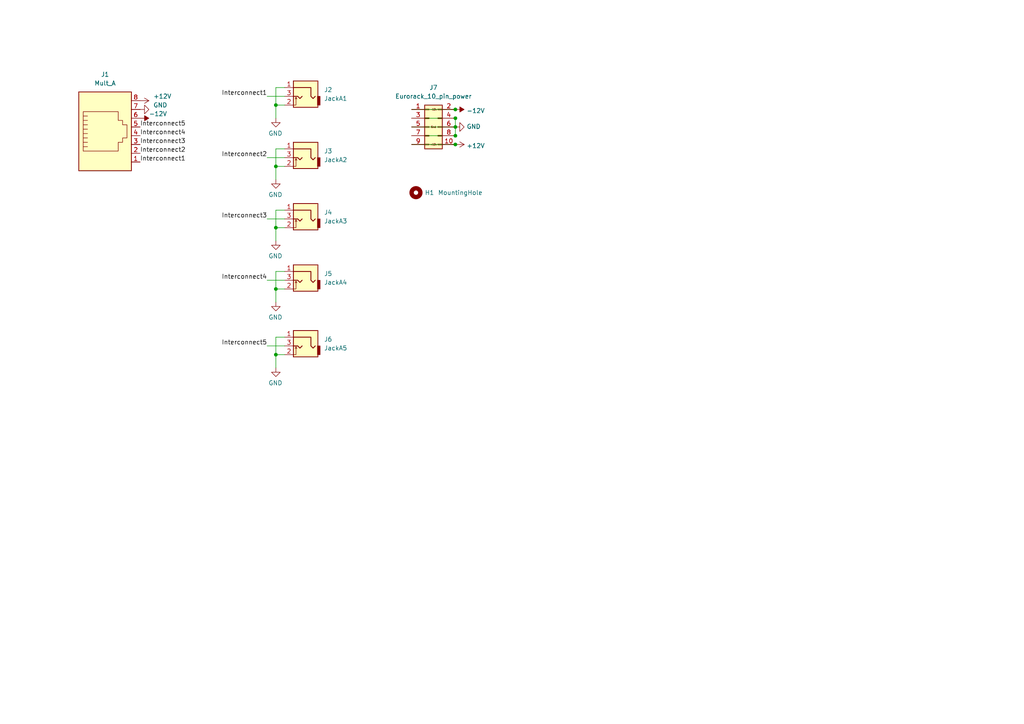
<source format=kicad_sch>
(kicad_sch (version 20230121) (generator eeschema)
  (paper "A4")
  (title_block (title "Quadraphone Controls") (rev "1.0") (company "Mountjoy Modular"))
  (lib_symbols
    (symbol "Connector:RJ45" (pin_names (offset 1.016))
      (property "Reference" "J" (at -5.08 13.97 0))
      (property "Value" "RJ45" (at 2.54 13.97 0))
      (symbol "RJ45_0_1"
        (polyline (pts (xy -5.08 4.445) (xy -6.35 4.445)))
        (polyline (pts (xy -5.08 5.715) (xy -6.35 5.715)))
        (polyline (pts (xy -6.35 -3.175) (xy -5.08 -3.175) (xy -5.08 -3.175)))
        (polyline (pts (xy -6.35 -1.905) (xy -5.08 -1.905) (xy -5.08 -1.905)))
        (polyline (pts (xy -6.35 -0.635) (xy -5.08 -0.635) (xy -5.08 -0.635)))
        (polyline (pts (xy -6.35 0.635) (xy -5.08 0.635) (xy -5.08 0.635)))
        (polyline (pts (xy -6.35 1.905) (xy -5.08 1.905) (xy -5.08 1.905)))
        (polyline (pts (xy -5.08 3.175) (xy -6.35 3.175) (xy -6.35 3.175)))
        (polyline (pts (xy -6.35 -4.445) (xy -6.35 6.985) (xy 3.81 6.985) (xy 3.81 4.445) (xy 5.08 4.445) (xy 5.08 3.175) (xy 6.35 3.175) (xy 6.35 -0.635) (xy 5.08 -0.635) (xy 5.08 -1.905) (xy 3.81 -1.905) (xy 3.81 -4.445) (xy -6.35 -4.445) (xy -6.35 -4.445)))
        (rectangle (start 7.62 12.7) (end -7.62 -10.16) (stroke (width 0.254)) (fill (type background)))
      )
      (symbol "RJ45_1_1"
        (pin passive line (at 10.16 -7.62 180) (length 2.54) (name "~") (number "1"))
        (pin passive line (at 10.16 -5.08 180) (length 2.54) (name "~") (number "2"))
        (pin passive line (at 10.16 -2.54 180) (length 2.54) (name "~") (number "3"))
        (pin passive line (at 10.16 0 180) (length 2.54) (name "~") (number "4"))
        (pin passive line (at 10.16 2.54 180) (length 2.54) (name "~") (number "5"))
        (pin passive line (at 10.16 5.08 180) (length 2.54) (name "~") (number "6"))
        (pin passive line (at 10.16 7.62 180) (length 2.54) (name "~") (number "7"))
        (pin passive line (at 10.16 10.16 180) (length 2.54) (name "~") (number "8"))
      )
    )
    (symbol "Eurorack Header:Eurorack_10_pin_power" (pin_names (offset 1.016) hide)
      (property "Reference" "J" (at 1.27 7.62 0))
      (property "Value" "Eurorack_10_pin_power" (at 1.27 -7.62 0))
      (symbol "Eurorack_10_pin_power_1_0"
        (text "+12v" (at 1.27 -5.08 0) (effects (font (size 0.508 0.508))))
        (text "-12v" (at 1.27 5.08 0) (effects (font (size 0.508 0.508))))
        (text "Gnd" (at 1.27 0 0) (effects (font (size 0.508 0.508))))
      )
      (symbol "Eurorack_10_pin_power_1_1"
        (rectangle (start -1.27 -4.953) (end 0 -5.207) (stroke (width 0.1524)))
        (rectangle (start -1.27 -2.413) (end 0 -2.667) (stroke (width 0.1524)))
        (rectangle (start -1.27 0.127) (end 0 -0.127) (stroke (width 0.1524)))
        (rectangle (start -1.27 2.667) (end 0 2.413) (stroke (width 0.1524)))
        (rectangle (start -1.27 5.207) (end 0 4.953) (stroke (width 0.1524)))
        (rectangle (start -1.27 6.35) (end 3.81 -6.35) (stroke (width 0.254)) (fill (type background)))
        (rectangle (start 3.81 -4.953) (end 2.54 -5.207) (stroke (width 0.1524)))
        (rectangle (start 3.81 -2.413) (end 2.54 -2.667) (stroke (width 0.1524)))
        (rectangle (start 3.81 0.127) (end 2.54 -0.127) (stroke (width 0.1524)))
        (rectangle (start 3.81 2.667) (end 2.54 2.413) (stroke (width 0.1524)))
        (rectangle (start 3.81 5.207) (end 2.54 4.953) (stroke (width 0.1524)))
        (pin power_in line (at -5.08 5.08 0) (length 3.81) (name "Pin_1") (number "1"))
        (pin passive line (at 7.62 -5.08 180) (length 3.81) (name "Pin_10") (number "10"))
        (pin passive line (at 7.62 5.08 180) (length 3.81) (name "Pin_2") (number "2"))
        (pin passive line (at -5.08 2.54 0) (length 3.81) (name "Pin_3") (number "3"))
        (pin passive line (at 7.62 2.54 180) (length 3.81) (name "Pin_4") (number "4"))
        (pin power_in line (at -5.08 0 0) (length 3.81) (name "Pin_5") (number "5"))
        (pin passive line (at 7.62 0 180) (length 3.81) (name "Pin_6") (number "6"))
        (pin passive line (at -5.08 -2.54 0) (length 3.81) (name "Pin_7") (number "7"))
        (pin passive line (at 7.62 -2.54 180) (length 3.81) (name "Pin_8") (number "8"))
        (pin power_in line (at -5.08 -5.08 0) (length 3.81) (name "Pin_9") (number "9"))
      )
    )
    (symbol "GND_5" (power) (pin_names (offset 0))
      (property "Value" "GND_5" (at 0 -3.81 0))
      (symbol "GND_5_0_1"
        (polyline (pts (xy 0 0) (xy 0 -1.27) (xy 1.27 -1.27) (xy 0 -2.54) (xy -1.27 -1.27) (xy 0 -1.27)))
      )
      (symbol "GND_5_1_1"
        (pin power_in line (at 0 0 270) (length 0) hide (name "GND") (number "1"))
      )
    )
    (symbol "GND_6" (power) (pin_names (offset 0))
      (property "Value" "GND_6" (at 0 -3.81 0))
      (symbol "GND_6_0_1"
        (polyline (pts (xy 0 0) (xy 0 -1.27) (xy 1.27 -1.27) (xy 0 -2.54) (xy -1.27 -1.27) (xy 0 -1.27)))
      )
      (symbol "GND_6_1_1"
        (pin power_in line (at 0 0 270) (length 0) hide (name "GND") (number "1"))
      )
    )
    (symbol "GND_7" (power) (pin_names (offset 0))
      (property "Value" "GND_7" (at 0 -3.81 0))
      (symbol "GND_7_0_1"
        (polyline (pts (xy 0 0) (xy 0 -1.27) (xy 1.27 -1.27) (xy 0 -2.54) (xy -1.27 -1.27) (xy 0 -1.27)))
      )
      (symbol "GND_7_1_1"
        (pin power_in line (at 0 0 270) (length 0) hide (name "GND") (number "1"))
      )
    )
    (symbol "GND_8" (power) (pin_names (offset 0))
      (property "Value" "GND_8" (at 0 -3.81 0))
      (symbol "GND_8_0_1"
        (polyline (pts (xy 0 0) (xy 0 -1.27) (xy 1.27 -1.27) (xy 0 -2.54) (xy -1.27 -1.27) (xy 0 -1.27)))
      )
      (symbol "GND_8_1_1"
        (pin power_in line (at 0 0 270) (length 0) hide (name "GND") (number "1"))
      )
    )
    (symbol "Mechanical:MountingHole" (pin_names (offset 1.016))
      (property "Reference" "H" (at 0 5.08 0))
      (property "Value" "MountingHole" (at 0 3.175 0))
      (symbol "MountingHole_0_1"
        (circle (center 0 0) (radius 1.27) (stroke (width 1.27)))
      )
    )
    (symbol "power:+12V" (power) (pin_names (offset 0))
      (property "Value" "+12V" (at 0 3.556 0))
      (symbol "+12V_0_1"
        (polyline (pts (xy -0.762 1.27) (xy 0 2.54)))
        (polyline (pts (xy 0 0) (xy 0 2.54)))
        (polyline (pts (xy 0 2.54) (xy 0.762 1.27)))
      )
      (symbol "+12V_1_1"
        (pin power_in line (at 0 0 90) (length 0) hide (name "+12V") (number "1"))
      )
    )
    (symbol "power:-12V" (power) (pin_names (offset 0))
      (property "Value" "-12V" (at 0 3.81 0))
      (symbol "-12V_0_0"
        (pin power_in line (at 0 0 90) (length 0) hide (name "-12V") (number "1"))
      )
      (symbol "-12V_0_1"
        (polyline (pts (xy 0 0) (xy 0 1.27) (xy 0.762 1.27) (xy 0 2.54) (xy -0.762 1.27) (xy 0 1.27)) (fill (type outline)))
      )
    )
    (symbol "power:GND" (power) (pin_names (offset 0))
      (property "Value" "GND" (at 0 -3.81 0))
      (symbol "GND_0_1"
        (polyline (pts (xy 0 0) (xy 0 -1.27) (xy 1.27 -1.27) (xy 0 -2.54) (xy -1.27 -1.27) (xy 0 -1.27)))
      )
      (symbol "GND_1_1"
        (pin power_in line (at 0 0 270) (length 0) hide (name "GND") (number "1"))
      )
    )
    (symbol "thonkiconn:AudioJack2_Ground_Switch" (pin_names (offset 1.016))
      (property "Reference" "J" (at 0 8.89 0))
      (property "Value" "AudioJack2_Ground_Switch" (at 0 6.35 0))
      (symbol "AudioJack2_Ground_Switch_0_1"
        (rectangle (start -4.445 -2.54) (end -5.207 0) (fill (type outline)))
        (polyline (pts (xy 1.778 -0.254) (xy 2.032 -0.762)))
        (polyline (pts (xy 0 0) (xy 0.635 -0.635) (xy 1.27 0) (xy 2.54 0)) (stroke (width 0.254)))
        (polyline (pts (xy 2.54 -2.54) (xy 1.778 -2.54) (xy 1.778 -0.254) (xy 1.524 -0.762)))
        (polyline (pts (xy 2.54 2.54) (xy -2.54 2.54) (xy -2.54 0) (xy -3.175 -0.635) (xy -3.81 0)) (stroke (width 0.254)))
        (rectangle (start 2.54 -3.175) (end -4.572 4.445) (stroke (width 0.254)) (fill (type background)))
      )
      (symbol "AudioJack2_Ground_Switch_1_1"
        (pin passive line (at 5.08 2.54 180) (length 2.54) (name "~") (number "1"))
        (pin passive line (at 5.08 -2.54 180) (length 2.54) (name "~") (number "2"))
        (pin passive line (at 5.08 0 180) (length 2.54) (name "~") (number "3"))
      )
    )
  )
  (junction (at 132.08 31.75))
  (junction (at 80.01 48.26))
  (junction (at 80.01 30.48))
  (junction (at 132.08 41.91))
  (junction (at 132.08 36.83))
  (junction (at 80.01 66.04))
  (junction (at 132.08 39.37))
  (junction (at 80.01 83.82))
  (junction (at 132.08 34.29))
  (junction (at 80.01 102.87))
  (wire (pts (xy 80.01 66.04) (xy 82.55 66.04)))
  (wire (pts (xy 119.38 34.29) (xy 132.08 34.29)))
  (wire (pts (xy 80.01 48.26) (xy 80.01 52.07)))
  (wire (pts (xy 119.38 31.75) (xy 132.08 31.75)))
  (wire (pts (xy 82.55 78.74) (xy 80.01 78.74)))
  (wire (pts (xy 132.08 39.37) (xy 132.08 36.83)))
  (wire (pts (xy 82.55 25.4) (xy 80.01 25.4)))
  (wire (pts (xy 80.01 66.04) (xy 80.01 69.85)))
  (wire (pts (xy 80.01 78.74) (xy 80.01 83.82)))
  (wire (pts (xy 82.55 97.79) (xy 80.01 97.79)))
  (wire (pts (xy 82.55 100.33) (xy 77.47 100.33)))
  (wire (pts (xy 80.01 102.87) (xy 82.55 102.87)))
  (wire (pts (xy 80.01 30.48) (xy 82.55 30.48)))
  (wire (pts (xy 82.55 43.18) (xy 80.01 43.18)))
  (wire (pts (xy 132.08 34.29) (xy 132.08 36.83)))
  (wire (pts (xy 80.01 30.48) (xy 80.01 34.29)))
  (wire (pts (xy 82.55 45.72) (xy 77.47 45.72)))
  (wire (pts (xy 82.55 27.94) (xy 77.47 27.94)))
  (wire (pts (xy 80.01 43.18) (xy 80.01 48.26)))
  (wire (pts (xy 119.38 39.37) (xy 132.08 39.37)))
  (wire (pts (xy 82.55 63.5) (xy 77.47 63.5)))
  (wire (pts (xy 80.01 97.79) (xy 80.01 102.87)))
  (wire (pts (xy 80.01 48.26) (xy 82.55 48.26)))
  (wire (pts (xy 80.01 25.4) (xy 80.01 30.48)))
  (wire (pts (xy 82.55 81.28) (xy 77.47 81.28)))
  (wire (pts (xy 80.01 83.82) (xy 82.55 83.82)))
  (wire (pts (xy 80.01 60.96) (xy 80.01 66.04)))
  (wire (pts (xy 80.01 102.87) (xy 80.01 106.68)))
  (wire (pts (xy 119.38 41.91) (xy 132.08 41.91)))
  (wire (pts (xy 82.55 60.96) (xy 80.01 60.96)))
  (wire (pts (xy 80.01 83.82) (xy 80.01 87.63)))
  (wire (pts (xy 119.38 36.83) (xy 132.08 36.83)))
  (label "Interconnect5" (at 77.47 100.33 180))
  (label "Interconnect4" (at 77.47 81.28 180))
  (label "Interconnect2" (at 40.64 44.45 0))
  (label "Interconnect3" (at 77.47 63.5 180))
  (label "Interconnect4" (at 40.64 39.37 0))
  (label "Interconnect1" (at 77.47 27.94 180))
  (label "Interconnect2" (at 77.47 45.72 180))
  (label "Interconnect1" (at 40.64 46.99 0))
  (label "Interconnect3" (at 40.64 41.91 0))
  (label "Interconnect5" (at 40.64 36.83 0))
  (symbol (lib_id "thonkiconn:AudioJack2_Ground_Switch") (at 87.63 100.33 0) (mirror y) (unit 1)
    (property "Reference" "J6" (at 93.98 98.4249 0) (effects (justify right)))
    (property "Value" "JackA5" (at 93.98 100.9649 0) (effects (justify right)))
    (property "Footprint" "Custom_Footprints:THONKICONN_hole" (effects hide))
  )
  (symbol (lib_id "thonkiconn:AudioJack2_Ground_Switch") (at 87.63 27.94 0) (mirror y) (unit 1)
    (property "Reference" "J2" (at 93.98 26.0349 0) (effects (justify right)))
    (property "Value" "JackA1" (at 93.98 28.5749 0) (effects (justify right)))
    (property "Footprint" "Custom_Footprints:THONKICONN_hole" (effects hide))
  )
  (symbol (lib_id "power:+12V") (at 132.08 41.91 270) (unit 1)
    (property "Reference" "#PWR011" (effects hide))
    (property "Value" "+12V" (at 135.3312 42.291 90) (effects (justify left)))
  )
  (symbol (lib_id "power:GND") (at 132.08 36.83 90) (unit 1)
    (property "Reference" "#PWR010" (effects hide))
    (property "Value" "GND" (at 135.3312 36.703 90) (effects (justify right)))
  )
  (symbol (lib_id "thonkiconn:AudioJack2_Ground_Switch") (at 87.63 63.5 0) (mirror y) (unit 1)
    (property "Reference" "J4" (at 93.98 61.5949 0) (effects (justify right)))
    (property "Value" "JackA3" (at 93.98 64.1349 0) (effects (justify right)))
    (property "Footprint" "Custom_Footprints:THONKICONN_hole" (effects hide))
  )
  (symbol (lib_id "power:-12V") (at 132.08 31.75 270) (unit 1)
    (property "Reference" "#PWR09" (effects hide))
    (property "Value" "-12V" (at 135.3312 32.131 90) (effects (justify left)))
  )
  (symbol (lib_name "GND_6") (lib_id "power:GND") (at 80.01 87.63 0) (mirror y) (unit 1)
    (property "Reference" "#PWR07" (effects hide))
    (property "Value" "GND" (at 79.883 92.0242 0))
  )
  (symbol (lib_id "power:-12V") (at 40.64 34.29 270) (unit 1)
    (property "Reference" "#PWR03" (effects hide))
    (property "Value" "-12V" (at 43.18 33.02 90) (effects (justify left)))
  )
  (symbol (lib_id "power:+12V") (at 40.64 29.21 270) (unit 1)
    (property "Reference" "#PWR01" (effects hide))
    (property "Value" "+12V" (at 44.45 27.94 90) (effects (justify left)))
  )
  (symbol (lib_id "thonkiconn:AudioJack2_Ground_Switch") (at 87.63 45.72 0) (mirror y) (unit 1)
    (property "Reference" "J3" (at 93.98 43.8149 0) (effects (justify right)))
    (property "Value" "JackA2" (at 93.98 46.3549 0) (effects (justify right)))
    (property "Footprint" "Custom_Footprints:THONKICONN_hole" (effects hide))
  )
  (symbol (lib_name "GND_7") (lib_id "power:GND") (at 80.01 52.07 0) (mirror y) (unit 1)
    (property "Reference" "#PWR05" (effects hide))
    (property "Value" "GND" (at 79.883 56.4642 0))
  )
  (symbol (lib_id "Connector:RJ45") (at 30.48 39.37 0) (unit 1)
    (property "Reference" "J1" (at 30.48 21.59 0))
    (property "Value" "Mult_A" (at 30.48 24.13 0))
    (property "Footprint" "Custom_Footprints:RJ45_Molex_42878-8506" (effects hide))
  )
  (symbol (lib_id "power:GND") (at 40.64 31.75 90) (unit 1)
    (property "Reference" "#PWR02" (effects hide))
    (property "Value" "GND" (at 44.45 30.48 90) (effects (justify right)))
  )
  (symbol (lib_name "GND_5") (lib_id "power:GND") (at 80.01 69.85 0) (mirror y) (unit 1)
    (property "Reference" "#PWR06" (effects hide))
    (property "Value" "GND" (at 79.883 74.2442 0))
  )
  (symbol (lib_id "Eurorack Header:Eurorack_10_pin_power") (at 124.46 36.83 0) (unit 1)
    (property "Reference" "J7" (at 125.73 25.4 0))
    (property "Value" "Eurorack_10_pin_power" (at 125.73 27.94 0))
    (property "Footprint" "Connector_PinHeader_2.54mm:PinHeader_2x05_P2.54mm_Vertical" (effects hide))
  )
  (symbol (lib_name "GND_6") (lib_id "power:GND") (at 80.01 106.68 0) (mirror y) (unit 1)
    (property "Reference" "#PWR08" (effects hide))
    (property "Value" "GND" (at 79.883 111.0742 0))
  )
  (symbol (lib_id "Mechanical:MountingHole") (at 120.65 55.88 0) (unit 1)
    (property "Reference" "H1" (at 123.19 55.88 0) (effects (justify left)))
    (property "Value" "MountingHole" (at 127 55.88 0) (effects (justify left)))
    (property "Footprint" "MountingHole:MountingHole_3.2mm_M3_ISO14580" (effects hide))
  )
  (symbol (lib_name "GND_8") (lib_id "power:GND") (at 80.01 34.29 0) (mirror y) (unit 1)
    (property "Reference" "#PWR04" (effects hide))
    (property "Value" "GND" (at 79.883 38.6842 0))
  )
  (symbol (lib_id "thonkiconn:AudioJack2_Ground_Switch") (at 87.63 81.28 0) (mirror y) (unit 1)
    (property "Reference" "J5" (at 93.98 79.3749 0) (effects (justify right)))
    (property "Value" "JackA4" (at 93.98 81.9149 0) (effects (justify right)))
    (property "Footprint" "Custom_Footprints:THONKICONN_hole" (effects hide))
  )
)
</source>
